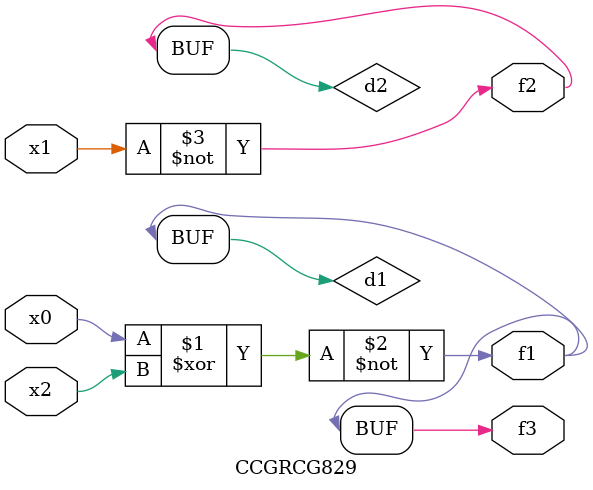
<source format=v>
module CCGRCG829(
	input x0, x1, x2,
	output f1, f2, f3
);

	wire d1, d2, d3;

	xnor (d1, x0, x2);
	nand (d2, x1);
	nor (d3, x1, x2);
	assign f1 = d1;
	assign f2 = d2;
	assign f3 = d1;
endmodule

</source>
